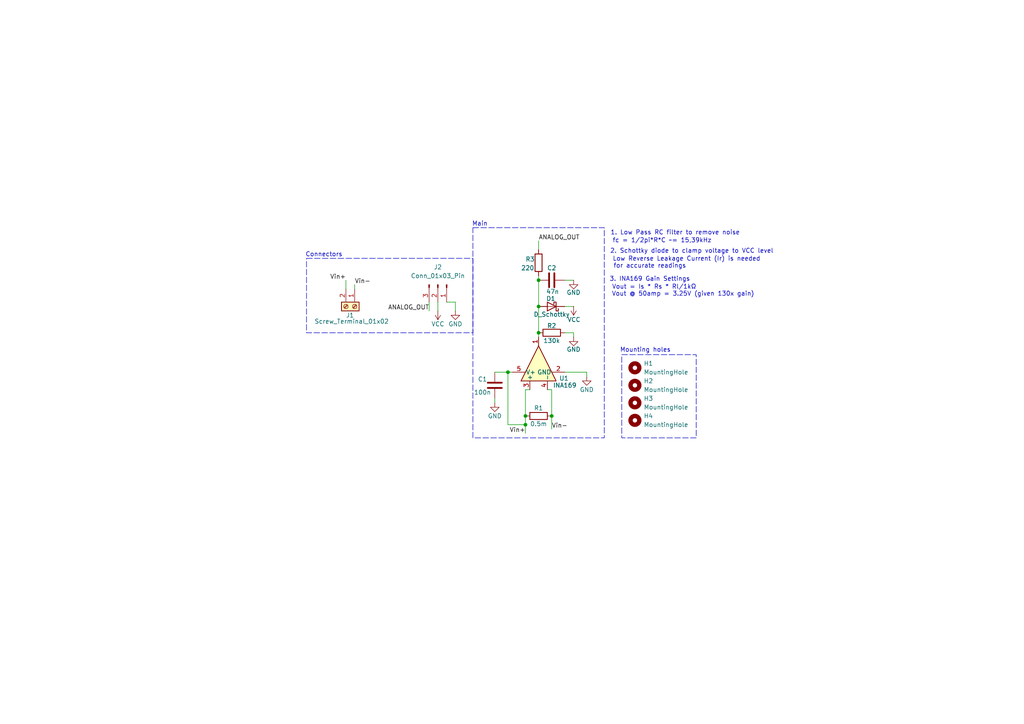
<source format=kicad_sch>
(kicad_sch (version 20250114) (generator "eeschema") (generator_version "9.0")
  (paper "A4")
  (title_block (title "Current Measurement") (date "2025-11-12") (rev "1.0.0") (company "Paweł Bolek"))
  (lib_symbols
    (symbol "Amplifier_Current:INA169" (pin_names (offset 0.127))
      (property "Reference" "U" (at 3.81 5.08 0))
      (property "Value" "INA169" (at 3.81 2.54 0))
      (symbol "INA169_0_1"
        (polyline (pts (xy -5.08 5.08) (xy 5.08 0) (xy -5.08 -5.08) (xy -5.08 5.08)) (stroke (width 0.254)) (fill (type background)))
      )
      (symbol "INA169_1_1"
        (pin input line (at -7.62 2.54 0) (length 2.54) (name "+") (number "3"))
        (pin input line (at -7.62 -2.54 0) (length 2.54) (name "-") (number "4"))
        (pin power_in line (at -2.54 7.62 270) (length 3.81) (name "V+") (number "5"))
        (pin power_in line (at -2.54 -7.62 90) (length 3.81) (name "GND") (number "2"))
        (pin output line (at 7.62 0 180) (length 2.54) (name "~") (number "1"))
      )
    )
    (symbol "Connector:Conn_01x03_Pin" (pin_names (offset 1.016) (hide yes))
      (property "Reference" "J" (at 0 5.08 0))
      (property "Value" "Conn_01x03_Pin" (at 0 -5.08 0))
      (symbol "Conn_01x03_Pin_1_1"
        (rectangle (start 0.8636 2.667) (end 0 2.413) (stroke (width 0.1524)) (fill (type outline)))
        (rectangle (start 0.8636 0.127) (end 0 -0.127) (stroke (width 0.1524)) (fill (type outline)))
        (rectangle (start 0.8636 -2.413) (end 0 -2.667) (stroke (width 0.1524)) (fill (type outline)))
        (polyline (pts (xy 1.27 2.54) (xy 0.8636 2.54)) (stroke (width 0.1524)))
        (polyline (pts (xy 1.27 0) (xy 0.8636 0)) (stroke (width 0.1524)))
        (polyline (pts (xy 1.27 -2.54) (xy 0.8636 -2.54)) (stroke (width 0.1524)))
        (pin passive line (at 5.08 2.54 180) (length 3.81) (name "Pin_1") (number "1"))
        (pin passive line (at 5.08 0 180) (length 3.81) (name "Pin_2") (number "2"))
        (pin passive line (at 5.08 -2.54 180) (length 3.81) (name "Pin_3") (number "3"))
      )
    )
    (symbol "Connector:Screw_Terminal_01x02" (pin_names (offset 1.016) (hide yes))
      (property "Reference" "J" (at 0 2.54 0))
      (property "Value" "Screw_Terminal_01x02" (at 0 -5.08 0))
      (symbol "Screw_Terminal_01x02_1_1"
        (rectangle (start -1.27 1.27) (end 1.27 -3.81) (stroke (width 0.254)) (fill (type background)))
        (polyline (pts (xy -0.5334 0.3302) (xy 0.3302 -0.508)) (stroke (width 0.1524)))
        (polyline (pts (xy -0.5334 -2.2098) (xy 0.3302 -3.048)) (stroke (width 0.1524)))
        (polyline (pts (xy -0.3556 0.508) (xy 0.508 -0.3302)) (stroke (width 0.1524)))
        (polyline (pts (xy -0.3556 -2.032) (xy 0.508 -2.8702)) (stroke (width 0.1524)))
        (circle (center 0 0) (radius 0.635) (stroke (width 0.1524)))
        (circle (center 0 -2.54) (radius 0.635) (stroke (width 0.1524)))
        (pin passive line (at -5.08 0 0) (length 3.81) (name "Pin_1") (number "1"))
        (pin passive line (at -5.08 -2.54 0) (length 3.81) (name "Pin_2") (number "2"))
      )
    )
    (symbol "Device:C" (pin_numbers (hide yes)) (pin_names (offset 0.254))
      (property "Reference" "C" (at 0.635 2.54 0))
      (property "Value" "C" (at 0.635 -2.54 0))
      (symbol "C_0_1"
        (polyline (pts (xy -2.032 0.762) (xy 2.032 0.762)) (stroke (width 0.508)))
        (polyline (pts (xy -2.032 -0.762) (xy 2.032 -0.762)) (stroke (width 0.508)))
      )
      (symbol "C_1_1"
        (pin passive line (at 0 3.81 270) (length 2.794) (name "~") (number "1"))
        (pin passive line (at 0 -3.81 90) (length 2.794) (name "~") (number "2"))
      )
    )
    (symbol "Device:D_Schottky" (pin_numbers (hide yes)) (pin_names (offset 1.016) (hide yes))
      (property "Reference" "D" (at 0 2.54 0))
      (property "Value" "D_Schottky" (at 0 -2.54 0))
      (symbol "D_Schottky_0_1"
        (polyline (pts (xy -1.905 0.635) (xy -1.905 1.27) (xy -1.27 1.27) (xy -1.27 -1.27) (xy -0.635 -1.27) (xy -0.635 -0.635)) (stroke (width 0.254)))
        (polyline (pts (xy 1.27 1.27) (xy 1.27 -1.27) (xy -1.27 0) (xy 1.27 1.27)) (stroke (width 0.254)))
        (polyline (pts (xy 1.27 0) (xy -1.27 0)))
      )
      (symbol "D_Schottky_1_1"
        (pin passive line (at -3.81 0 0) (length 2.54) (name "K") (number "1"))
        (pin passive line (at 3.81 0 180) (length 2.54) (name "A") (number "2"))
      )
    )
    (symbol "Device:R" (pin_numbers (hide yes)) (pin_names (offset 0))
      (property "Reference" "R" (at 2.032 0 90))
      (property "Value" "R" (at 0 0 90))
      (symbol "R_0_1"
        (rectangle (start -1.016 -2.54) (end 1.016 2.54) (stroke (width 0.254)))
      )
      (symbol "R_1_1"
        (pin passive line (at 0 3.81 270) (length 1.27) (name "~") (number "1"))
        (pin passive line (at 0 -3.81 90) (length 1.27) (name "~") (number "2"))
      )
    )
    (symbol "Mechanical:MountingHole" (pin_names (offset 1.016)) (in_bom no)
      (property "Reference" "H" (at 0 5.08 0))
      (property "Value" "MountingHole" (at 0 3.175 0))
      (symbol "MountingHole_0_1"
        (circle (center 0 0) (radius 1.27) (stroke (width 1.27)))
      )
    )
    (symbol "power:GND" (power) (pin_numbers (hide yes)) (pin_names (offset 0) (hide yes))
      (property "Value" "GND" (at 0 -3.81 0))
      (symbol "GND_0_1"
        (polyline (pts (xy 0 0) (xy 0 -1.27) (xy 1.27 -1.27) (xy 0 -2.54) (xy -1.27 -1.27) (xy 0 -1.27)))
      )
      (symbol "GND_1_1"
        (pin power_in line (at 0 0 270) (length 0) (name "~") (number "1"))
      )
    )
    (symbol "power:VCC" (power) (pin_numbers (hide yes)) (pin_names (offset 0) (hide yes))
      (property "Value" "VCC" (at 0 3.556 0))
      (symbol "VCC_0_1"
        (polyline (pts (xy -0.762 1.27) (xy 0 2.54)))
        (polyline (pts (xy 0 2.54) (xy 0.762 1.27)))
        (polyline (pts (xy 0 0) (xy 0 2.54)))
      )
      (symbol "VCC_1_1"
        (pin power_in line (at 0 0 90) (length 0) (name "~") (number "1"))
      )
    )
  )
  (rectangle (start 137.16 66.04) (end 175.26 127) (stroke (width 0) (type dash)))
  (rectangle (start 180.34 102.87) (end 201.93 127) (stroke (width 0) (type dash)))
  (rectangle (start 88.9 74.93) (end 137.16 96.52) (stroke (width 0) (type dash)))
  (text "Vout @ 50amp = 3.25V (given 130x gain)" (at 198.12 85.344 0) (effects (font (size 1.27 1.27))))
  (text "Connectors" (at 93.98 73.914 0) (effects (font (size 1.27 1.27))))
  (text "2. Schottky diode to clamp voltage to VCC level\n" (at 200.66 72.898 0) (effects (font (size 1.27 1.27))))
  (text "Vout = Is * Rs * Rl/1kΩ" (at 189.738 83.312 0) (effects (font (size 1.27 1.27))))
  (text "Main\n" (at 139.192 65.024 0) (effects (font (size 1.27 1.27))))
  (text "for accurate readings" (at 188.468 77.216 0) (effects (font (size 1.27 1.27))))
  (text "1. Low Pass RC filter to remove noise" (at 195.834 67.564 0) (effects (font (size 1.27 1.27))))
  (text "3. INA169 Gain Settings" (at 188.468 81.026 0) (effects (font (size 1.27 1.27))))
  (text "fc = 1/2pi*R*C ~= 15,39kHz" (at 192.024 69.85 0) (effects (font (size 1.27 1.27))))
  (text "Mounting holes" (at 187.198 101.6 0) (effects (font (size 1.27 1.27))))
  (text "Low Reverse Leakage Current (Ir) is needed" (at 199.136 75.184 0) (effects (font (size 1.27 1.27))))
  (junction (at 152.4 123.19))
  (junction (at 160.02 120.65))
  (junction (at 156.21 96.52))
  (junction (at 147.32 107.95))
  (junction (at 156.21 88.9))
  (junction (at 156.21 81.28))
  (junction (at 152.4 120.65))
  (wire (pts (xy 160.02 120.65) (xy 160.02 124.46)))
  (wire (pts (xy 156.21 80.01) (xy 156.21 81.28)))
  (wire (pts (xy 152.4 120.65) (xy 152.4 113.03)))
  (wire (pts (xy 152.4 120.65) (xy 152.4 123.19)))
  (wire (pts (xy 166.37 96.52) (xy 166.37 97.79)))
  (wire (pts (xy 124.46 87.63) (xy 124.46 90.17)))
  (wire (pts (xy 147.32 107.95) (xy 148.59 107.95)))
  (wire (pts (xy 156.21 81.28) (xy 156.21 88.9)))
  (wire (pts (xy 170.18 107.95) (xy 170.18 109.22)))
  (wire (pts (xy 127 87.63) (xy 127 90.17)))
  (wire (pts (xy 152.4 123.19) (xy 147.32 123.19)))
  (wire (pts (xy 156.21 96.52) (xy 156.21 97.79)))
  (wire (pts (xy 163.83 96.52) (xy 166.37 96.52)))
  (wire (pts (xy 156.21 69.85) (xy 156.21 72.39)))
  (wire (pts (xy 143.51 107.95) (xy 147.32 107.95)))
  (wire (pts (xy 102.87 82.55) (xy 102.87 83.82)))
  (wire (pts (xy 160.02 120.65) (xy 160.02 113.03)))
  (wire (pts (xy 100.33 81.28) (xy 100.33 83.82)))
  (wire (pts (xy 147.32 123.19) (xy 147.32 107.95)))
  (wire (pts (xy 143.51 115.57) (xy 143.51 116.84)))
  (wire (pts (xy 156.21 88.9) (xy 156.21 96.52)))
  (wire (pts (xy 129.54 87.63) (xy 132.08 87.63)))
  (wire (pts (xy 163.83 107.95) (xy 170.18 107.95)))
  (wire (pts (xy 160.02 113.03) (xy 158.75 113.03)))
  (wire (pts (xy 152.4 113.03) (xy 153.67 113.03)))
  (wire (pts (xy 163.83 88.9) (xy 166.37 88.9)))
  (wire (pts (xy 152.4 123.19) (xy 152.4 125.73)))
  (wire (pts (xy 163.83 81.28) (xy 166.37 81.28)))
  (wire (pts (xy 132.08 87.63) (xy 132.08 90.17)))
  (label "Vin-" (at 102.87 82.55 0))
  (label "ANALOG_OUT" (at 156.21 69.85 0))
  (label "ANALOG_OUT" (at 124.46 90.17 180))
  (label "Vin+" (at 152.4 125.73 180))
  (label "Vin+" (at 100.33 81.28 180))
  (label "Vin-" (at 160.02 124.46 0))
  (symbol (lib_id "Mechanical:MountingHole") (at 184.15 106.68 0) (unit 1) (in_bom no)
    (property "Reference" "H1" (at 186.69 105.4099 0) (effects (justify left)))
    (property "Value" "MountingHole" (at 186.69 107.9499 0) (effects (justify left)))
    (property "Footprint" "MountingHole:MountingHole_2.7mm_M2.5" (effects (hide yes)))
    (property "Description" "Mounting Hole without connection" (effects (hide yes)))
  )
  (symbol (lib_id "Device:R") (at 156.21 120.65 90) (unit 1)
    (property "Reference" "R1" (at 156.21 118.364 90))
    (property "Value" "0.5m" (at 156.21 122.936 90))
    (property "Footprint" "Resistor_SMD:R_2512_6332Metric" (effects (hide yes)))
    (property "Description" "Resistor" (effects (hide yes)))
  )
  (symbol (lib_id "Connector:Screw_Terminal_01x02") (at 102.87 88.9 270) (unit 1)
    (property "Reference" "J1" (at 100.33 91.44 90) (effects (justify left)))
    (property "Value" "Screw_Terminal_01x02" (at 91.186 93.218 90) (effects (justify left)))
    (property "Footprint" "Custom:CONN-TH_P10.16_KF135T-10.16-2P" (effects (hide yes)))
    (property "Description" "Generic screw terminal, single row, 01x02, script generated (kicad-library-utils/schlib/autogen/connector/)" (effects (hide yes)))
  )
  (symbol (lib_id "Device:R") (at 156.21 76.2 0) (unit 1)
    (property "Reference" "R3" (at 152.4 75.184 0) (effects (justify left)))
    (property "Value" "220" (at 151.13 77.724 0) (effects (justify left)))
    (property "Footprint" "Resistor_SMD:R_0805_2012Metric" (effects (hide yes)))
    (property "Description" "Resistor" (effects (hide yes)))
  )
  (symbol (lib_id "Mechanical:MountingHole") (at 184.15 116.84 0) (unit 1) (in_bom no)
    (property "Reference" "H3" (at 186.69 115.5699 0) (effects (justify left)))
    (property "Value" "MountingHole" (at 186.69 118.1099 0) (effects (justify left)))
    (property "Footprint" "MountingHole:MountingHole_2.7mm_M2.5" (effects (hide yes)))
    (property "Description" "Mounting Hole without connection" (effects (hide yes)))
  )
  (symbol (lib_id "power:GND") (at 132.08 90.17 0) (unit 1)
    (property "Reference" "#PWR03" (effects (hide yes)))
    (property "Value" "GND" (at 132.08 93.98 0))
    (property "Description" "Power symbol creates a global label with name \"GND\" , ground" (effects (hide yes)))
  )
  (symbol (lib_id "power:GND") (at 143.51 116.84 0) (unit 1)
    (property "Reference" "#PWR08" (effects (hide yes)))
    (property "Value" "GND" (at 143.51 120.65 0))
    (property "Description" "Power symbol creates a global label with name \"GND\" , ground" (effects (hide yes)))
  )
  (symbol (lib_id "power:GND") (at 166.37 97.79 0) (unit 1)
    (property "Reference" "#PWR06" (effects (hide yes)))
    (property "Value" "GND" (at 166.37 101.346 0))
    (property "Description" "Power symbol creates a global label with name \"GND\" , ground" (effects (hide yes)))
  )
  (symbol (lib_id "power:VCC") (at 127 90.17 180) (unit 1)
    (property "Reference" "#PWR04" (effects (hide yes)))
    (property "Value" "VCC" (at 127 93.98 0))
    (property "Description" "Power symbol creates a global label with name \"VCC\"" (effects (hide yes)))
  )
  (symbol (lib_id "Device:C") (at 160.02 81.28 90) (unit 1)
    (property "Reference" "C2" (at 160.02 77.724 90))
    (property "Value" "47n" (at 160.274 84.582 90))
    (property "Footprint" "Capacitor_SMD:C_0805_2012Metric" (effects (hide yes)))
    (property "Description" "Unpolarized capacitor" (effects (hide yes)))
  )
  (symbol (lib_id "Device:C") (at 143.51 111.76 0) (unit 1)
    (property "Reference" "C1" (at 139.954 109.982 0))
    (property "Value" "100n" (at 139.954 113.792 0))
    (property "Footprint" "Capacitor_SMD:C_0805_2012Metric" (effects (hide yes)))
    (property "Description" "Unpolarized capacitor" (effects (hide yes)))
  )
  (symbol (lib_id "power:VCC") (at 166.37 88.9 180) (unit 1)
    (property "Reference" "#PWR05" (effects (hide yes)))
    (property "Value" "VCC" (at 168.402 92.71 0) (effects (justify left)))
    (property "Description" "Power symbol creates a global label with name \"VCC\"" (effects (hide yes)))
  )
  (symbol (lib_id "Amplifier_Current:INA169") (at 156.21 105.41 90) (unit 1)
    (property "Reference" "U1" (at 163.576 109.728 90))
    (property "Value" "INA169" (at 163.83 111.76 90))
    (property "Footprint" "Package_TO_SOT_SMD:SOT-23-5" (effects (hide yes)))
    (property "Datasheet" "http://www.ti.com/lit/ds/symlink/ina169.pdf" (effects (hide yes)))
    (property "Description" "High-Side Measurement Current Shunt Monitor, 60V, SOT-23-5" (effects (hide yes)))
  )
  (symbol (lib_id "Mechanical:MountingHole") (at 184.15 121.92 0) (unit 1) (in_bom no)
    (property "Reference" "H4" (at 186.69 120.6499 0) (effects (justify left)))
    (property "Value" "MountingHole" (at 186.69 123.1899 0) (effects (justify left)))
    (property "Footprint" "MountingHole:MountingHole_2.7mm_M2.5" (effects (hide yes)))
    (property "Description" "Mounting Hole without connection" (effects (hide yes)))
  )
  (symbol (lib_id "power:GND") (at 166.37 81.28 0) (unit 1)
    (property "Reference" "#PWR02" (effects (hide yes)))
    (property "Value" "GND" (at 168.402 84.836 0) (effects (justify right)))
    (property "Description" "Power symbol creates a global label with name \"GND\" , ground" (effects (hide yes)))
  )
  (symbol (lib_id "Device:D_Schottky") (at 160.02 88.9 180) (unit 1)
    (property "Reference" "D1" (at 159.766 86.614 0))
    (property "Value" "D_Schottky" (at 160.02 91.186 0))
    (property "Footprint" "Diode_SMD:D_SOD-123" (effects (hide yes)))
    (property "Description" "Schottky diode" (effects (hide yes)))
  )
  (symbol (lib_id "Device:R") (at 160.02 96.52 90) (unit 1)
    (property "Reference" "R2" (at 160.02 94.488 90))
    (property "Value" "130k" (at 160.02 98.806 90))
    (property "Footprint" "Resistor_SMD:R_0805_2012Metric" (effects (hide yes)))
    (property "Description" "Resistor" (effects (hide yes)))
  )
  (symbol (lib_id "power:GND") (at 170.18 109.22 0) (unit 1)
    (property "Reference" "#PWR07" (effects (hide yes)))
    (property "Value" "GND" (at 170.18 113.03 0))
    (property "Description" "Power symbol creates a global label with name \"GND\" , ground" (effects (hide yes)))
  )
  (symbol (lib_id "Mechanical:MountingHole") (at 184.15 111.76 0) (unit 1) (in_bom no)
    (property "Reference" "H2" (at 186.69 110.4899 0) (effects (justify left)))
    (property "Value" "MountingHole" (at 186.69 113.0299 0) (effects (justify left)))
    (property "Footprint" "MountingHole:MountingHole_2.7mm_M2.5" (effects (hide yes)))
    (property "Description" "Mounting Hole without connection" (effects (hide yes)))
  )
  (symbol (lib_id "Connector:Conn_01x03_Pin") (at 127 82.55 270) (unit 1)
    (property "Reference" "J2" (at 127 77.47 90))
    (property "Value" "Conn_01x03_Pin" (at 127 80.01 90))
    (property "Footprint" "Connector_PinHeader_2.54mm:PinHeader_1x03_P2.54mm_Vertical" (effects (hide yes)))
    (property "Description" "Generic connector, single row, 01x03, script generated" (effects (hide yes)))
  )
)
</source>
